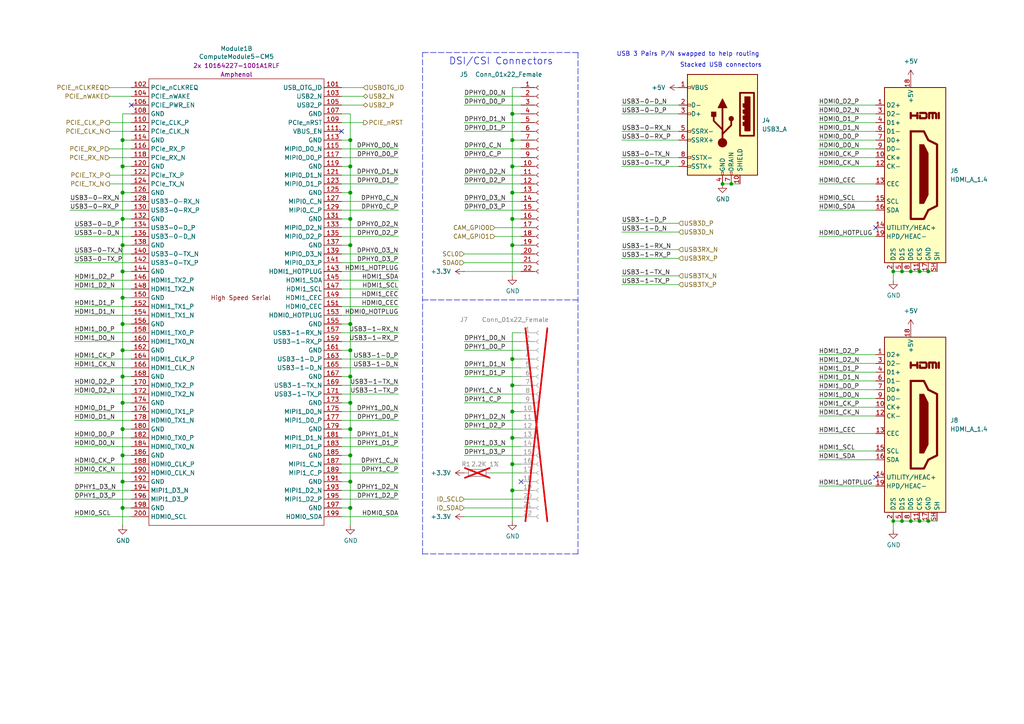
<source format=kicad_sch>
(kicad_sch (version 20231120) (generator "eeschema") (generator_version "8.0")
  (paper "A4")
  (title_block (title "Compute Module 5 IO Board - CM5 - Highspeed") (rev "1") (company "Copyright © 2024 Raspberry Pi Ltd.") (comment 1 "www.raspberrypi.com"))
  (lib_symbols
    (symbol "CM5IO:ComputeModule5-CM5"
      (property "Reference" "Module" (at 113.03 -68.58 0))
      (property "Value" "ComputeModule5-CM5" (at 140.97 2.54 0))
      (property "Field4" "Amphenol" (at 0 0 0))
      (property "Field5" "2x 10164227-1001A1RLF" (at 0 -2.54 0))
      (symbol "ComputeModule5-CM5_1_0"
        (text "GPIO" (at 0 6.35 0) (effects (font (size 1.27 1.27))))
      )
      (symbol "ComputeModule5-CM5_1_1"
        (text "600mA Max" (at -8.89 -53.34 0) (effects (font (size 1.27 1.27))))
        (text "600mA Max" (at -8.89 -48.26 0) (effects (font (size 1.27 1.27))))
        (text "NB SD signals are only available" (at -1.27 -27.94 0) (effects (font (size 1.27 1.27))))
        (text "on modules without eMMC" (at -1.27 -30.48 0) (effects (font (size 1.27 1.27))))
        (pin power_in line (at 27.94 55.88 180) (length 2.54) (name "GND") (number "1"))
        (pin passive line (at -33.02 45.72 0) (length 2.54) (name "Ethernet_Pair0_N") (number "10"))
        (pin passive line (at -33.02 -68.58 0) (length 2.54) (name "CAM_GPIO1") (number "100"))
        (pin passive line (at 27.94 43.18 180) (length 2.54) (name "Ethernet_Pair2_P") (number "11"))
        (pin passive line (at -33.02 43.18 0) (length 2.54) (name "Ethernet_Pair0_P") (number "12"))
        (pin power_in line (at 27.94 40.64 180) (length 2.54) (name "GND") (number "13"))
        (pin power_in line (at -33.02 40.64 0) (length 2.54) (name "GND") (number "14"))
        (pin output line (at 27.94 38.1 180) (length 2.54) (name "Ethernet_nLED3(3.3v)") (number "15"))
        (pin input line (at -33.02 38.1 0) (length 2.54) (name "FAN_TACHO") (number "16"))
        (pin output line (at 27.94 35.56 180) (length 2.54) (name "Ethernet_nLED2(3.3v)") (number "17"))
        (pin input line (at -33.02 35.56 0) (length 2.54) (name "Ethernet_SYNC_OUT(3.3v)") (number "18"))
        (pin output line (at 27.94 33.02 180) (length 2.54) (name "FAN_PWM") (number "19"))
        (pin power_in line (at -33.02 55.88 0) (length 2.54) (name "GND") (number "2"))
        (pin passive line (at -33.02 33.02 0) (length 2.54) (name "EEPROM_nWP") (number "20"))
        (pin open_collector line (at 27.94 30.48 180) (length 2.54) (name "LED_nACT") (number "21"))
        (pin power_in line (at -33.02 30.48 0) (length 2.54) (name "GND") (number "22"))
        (pin power_in line (at 27.94 27.94 180) (length 2.54) (name "GND") (number "23"))
        (pin passive line (at -33.02 27.94 0) (length 2.54) (name "GPIO26") (number "24"))
        (pin passive line (at 27.94 25.4 180) (length 2.54) (name "GPIO21") (number "25"))
        (pin passive line (at -33.02 25.4 0) (length 2.54) (name "GPIO19") (number "26"))
        (pin passive line (at 27.94 22.86 180) (length 2.54) (name "GPIO20") (number "27"))
        (pin passive line (at -33.02 22.86 0) (length 2.54) (name "GPIO13") (number "28"))
        (pin passive line (at 27.94 20.32 180) (length 2.54) (name "GPIO16") (number "29"))
        (pin passive line (at 27.94 53.34 180) (length 2.54) (name "Ethernet_Pair3_P") (number "3"))
        (pin passive line (at -33.02 20.32 0) (length 2.54) (name "GPIO6") (number "30"))
        (pin passive line (at 27.94 17.78 180) (length 2.54) (name "GPIO12") (number "31"))
        (pin power_in line (at -33.02 17.78 0) (length 2.54) (name "GND") (number "32"))
        (pin power_in line (at 27.94 15.24 180) (length 2.54) (name "GND") (number "33"))
        (pin passive line (at -33.02 15.24 0) (length 2.54) (name "GPIO5") (number "34"))
        (pin passive line (at 27.94 12.7 180) (length 2.54) (name "ID_SC") (number "35"))
        (pin passive line (at -33.02 12.7 0) (length 2.54) (name "ID_SD") (number "36"))
        (pin passive line (at 27.94 10.16 180) (length 2.54) (name "GPIO7") (number "37"))
        (pin passive line (at -33.02 10.16 0) (length 2.54) (name "GPIO11") (number "38"))
        (pin passive line (at 27.94 7.62 180) (length 2.54) (name "GPIO8") (number "39"))
        (pin passive line (at -33.02 53.34 0) (length 2.54) (name "Ethernet_Pair1_P") (number "4"))
        (pin passive line (at -33.02 7.62 0) (length 2.54) (name "GPIO9") (number "40"))
        (pin passive line (at 27.94 5.08 180) (length 2.54) (name "GPIO25") (number "41"))
        (pin power_in line (at -33.02 5.08 0) (length 2.54) (name "GND") (number "42"))
        (pin power_in line (at 27.94 2.54 180) (length 2.54) (name "GND") (number "43"))
        (pin passive line (at -33.02 2.54 0) (length 2.54) (name "GPIO10") (number "44"))
        (pin passive line (at 27.94 0 180) (length 2.54) (name "GPIO24") (number "45"))
        (pin passive line (at -33.02 0 0) (length 2.54) (name "GPIO22") (number "46"))
        (pin passive line (at 27.94 -2.54 180) (length 2.54) (name "GPIO23") (number "47"))
        (pin passive line (at -33.02 -2.54 0) (length 2.54) (name "GPIO27") (number "48"))
        (pin passive line (at 27.94 -5.08 180) (length 2.54) (name "GPIO18") (number "49"))
        (pin passive line (at 27.94 50.8 180) (length 2.54) (name "Ethernet_Pair3_N") (number "5"))
        (pin passive line (at -33.02 -5.08 0) (length 2.54) (name "GPIO17") (number "50"))
        (pin passive line (at 27.94 -7.62 180) (length 2.54) (name "GPIO15") (number "51"))
        (pin power_in line (at -33.02 -7.62 0) (length 2.54) (name "GND") (number "52"))
        (pin power_in line (at 27.94 -10.16 180) (length 2.54) (name "GND") (number "53"))
        (pin passive line (at -33.02 -10.16 0) (length 2.54) (name "GPIO4") (number "54"))
        (pin passive line (at 27.94 -12.7 180) (length 2.54) (name "GPIO14") (number "55"))
        (pin passive line (at -33.02 -12.7 0) (length 2.54) (name "GPIO3") (number "56"))
        (pin passive line (at 27.94 -15.24 180) (length 2.54) (name "SD_CLK") (number "57"))
        (pin passive line (at -33.02 -15.24 0) (length 2.54) (name "GPIO2") (number "58"))
        (pin power_in line (at 27.94 -17.78 180) (length 2.54) (name "GND") (number "59"))
        (pin passive line (at -33.02 50.8 0) (length 2.54) (name "Ethernet_Pair1_N") (number "6"))
        (pin power_in line (at -33.02 -17.78 0) (length 2.54) (name "GND") (number "60"))
        (pin passive line (at 27.94 -20.32 180) (length 2.54) (name "SD_DAT3") (number "61"))
        (pin passive line (at -33.02 -20.32 0) (length 2.54) (name "SD_CMD") (number "62"))
        (pin passive line (at 27.94 -22.86 180) (length 2.54) (name "SD_DAT0") (number "63"))
        (pin passive line (at -33.02 -22.86 0) (length 2.54) (name "SD_DAT5") (number "64"))
        (pin power_in line (at 27.94 -25.4 180) (length 2.54) (name "GND") (number "65"))
        (pin power_in line (at -33.02 -25.4 0) (length 2.54) (name "GND") (number "66"))
        (pin passive line (at 27.94 -27.94 180) (length 2.54) (name "SD_DAT1") (number "67"))
        (pin passive line (at -33.02 -27.94 0) (length 2.54) (name "SD_DAT4") (number "68"))
        (pin passive line (at 27.94 -30.48 180) (length 2.54) (name "SD_DAT2") (number "69"))
        (pin power_in line (at 27.94 48.26 180) (length 2.54) (name "GND") (number "7"))
        (pin passive line (at -33.02 -30.48 0) (length 2.54) (name "SD_DAT7") (number "70"))
        (pin power_in line (at 27.94 -33.02 180) (length 2.54) (name "GND") (number "71"))
        (pin passive line (at -33.02 -33.02 0) (length 2.54) (name "SD_DAT6") (number "72"))
        (pin input line (at 27.94 -35.56 180) (length 2.54) (name "SD_VDD_Override") (number "73"))
        (pin power_in line (at -33.02 -35.56 0) (length 2.54) (name "GND") (number "74"))
        (pin output line (at 27.94 -38.1 180) (length 2.54) (name "SD_PWR_ON") (number "75"))
        (pin passive line (at -33.02 -38.1 0) (length 2.54) (name "VBAT") (number "76"))
        (pin power_in line (at 27.94 -40.64 180) (length 2.54) (name "+5v_(Input)") (number "77"))
        (pin power_in line (at -33.02 -40.64 0) (length 2.54) (name "GPIO_VREF(1.8v/3.3v_Input)") (number "78"))
        (pin power_in line (at 27.94 -43.18 180) (length 2.54) (name "+5v_(Input)") (number "79"))
        (pin power_in line (at -33.02 48.26 0) (length 2.54) (name "GND") (number "8"))
        (pin passive line (at -33.02 -43.18 0) (length 2.54) (name "SCL0") (number "80"))
        (pin power_in line (at 27.94 -45.72 180) (length 2.54) (name "+5v_(Input)") (number "81"))
        (pin passive line (at -33.02 -45.72 0) (length 2.54) (name "SDA0") (number "82"))
        (pin power_in line (at 27.94 -48.26 180) (length 2.54) (name "+5v_(Input)") (number "83"))
        (pin power_out line (at -33.02 -48.26 0) (length 2.54) (name "+3.3v_(Output)") (number "84"))
        (pin power_in line (at 27.94 -50.8 180) (length 2.54) (name "+5v_(Input)") (number "85"))
        (pin passive line (at -33.02 -50.8 0) (length 2.54) (name "+3.3v_(Output)") (number "86"))
        (pin power_in line (at 27.94 -53.34 180) (length 2.54) (name "+5v_(Input)") (number "87"))
        (pin power_out line (at -33.02 -53.34 0) (length 2.54) (name "+1.8v_(Output)") (number "88"))
        (pin input line (at 27.94 -55.88 180) (length 2.54) (name "WiFi_nDisable") (number "89"))
        (pin passive line (at 27.94 45.72 180) (length 2.54) (name "Ethernet_Pair2_N") (number "9"))
        (pin passive line (at -33.02 -55.88 0) (length 2.54) (name "+1.8v_(Output)") (number "90"))
        (pin input line (at 27.94 -58.42 180) (length 2.54) (name "BT_nDisable") (number "91"))
        (pin passive line (at -33.02 -58.42 0) (length 2.54) (name "PWR_BUT") (number "92"))
        (pin input line (at 27.94 -60.96 180) (length 2.54) (name "nRPIBOOT") (number "93"))
        (pin passive line (at -33.02 -60.96 0) (length 2.54) (name "CC1") (number "94"))
        (pin output line (at 27.94 -63.5 180) (length 2.54) (name "LED_nPWR") (number "95"))
        (pin passive line (at -33.02 -63.5 0) (length 2.54) (name "CC2") (number "96"))
        (pin passive line (at 27.94 -66.04 180) (length 2.54) (name "CAM_GPIO0") (number "97"))
        (pin power_in line (at -33.02 -66.04 0) (length 2.54) (name "GND") (number "98"))
        (pin input line (at 27.94 -68.58 180) (length 2.54) (name "PMIC_ENABLE") (number "99"))
      )
      (symbol "ComputeModule5-CM5_2_1"
        (text "High Speed Serial" (at 140.97 0 0) (effects (font (size 1.27 1.27))))
        (pin input line (at 170.18 60.96 180) (length 5.08) (name "USB_OTG_ID") (number "101"))
        (pin input line (at 109.22 60.96 0) (length 5.08) (name "PCIe_nCLKREQ") (number "102"))
        (pin passive line (at 170.18 58.42 180) (length 5.08) (name "USB2_N") (number "103"))
        (pin input line (at 109.22 58.42 0) (length 5.08) (name "PCIE_nWAKE") (number "104"))
        (pin passive line (at 170.18 55.88 180) (length 5.08) (name "USB2_P") (number "105"))
        (pin output line (at 109.22 55.88 0) (length 5.08) (name "PCIE_PWR_EN") (number "106"))
        (pin power_in line (at 170.18 53.34 180) (length 5.08) (name "GND") (number "107"))
        (pin power_in line (at 109.22 53.34 0) (length 5.08) (name "GND") (number "108"))
        (pin output line (at 170.18 50.8 180) (length 5.08) (name "PCIe_nRST") (number "109"))
        (pin output line (at 109.22 50.8 0) (length 5.08) (name "PCIe_CLK_P") (number "110"))
        (pin output line (at 170.18 48.26 180) (length 5.08) (name "VBUS_EN") (number "111"))
        (pin output line (at 109.22 48.26 0) (length 5.08) (name "PCIe_CLK_N") (number "112"))
        (pin power_in line (at 170.18 45.72 180) (length 5.08) (name "GND") (number "113"))
        (pin power_in line (at 109.22 45.72 0) (length 5.08) (name "GND") (number "114"))
        (pin input line (at 170.18 43.18 180) (length 5.08) (name "MIPI0_D0_N") (number "115"))
        (pin input line (at 109.22 43.18 0) (length 5.08) (name "PCIe_RX_P") (number "116"))
        (pin input line (at 170.18 40.64 180) (length 5.08) (name "MIPI0_D0_P") (number "117"))
        (pin input line (at 109.22 40.64 0) (length 5.08) (name "PCIe_RX_N") (number "118"))
        (pin power_in line (at 170.18 38.1 180) (length 5.08) (name "GND") (number "119"))
        (pin power_in line (at 109.22 38.1 0) (length 5.08) (name "GND") (number "120"))
        (pin input line (at 170.18 35.56 180) (length 5.08) (name "MIPI0_D1_N") (number "121"))
        (pin output line (at 109.22 35.56 0) (length 5.08) (name "PCIe_TX_P") (number "122"))
        (pin input line (at 170.18 33.02 180) (length 5.08) (name "MIPI0_D1_P") (number "123"))
        (pin output line (at 109.22 33.02 0) (length 5.08) (name "PCIe_TX_N") (number "124"))
        (pin power_in line (at 170.18 30.48 180) (length 5.08) (name "GND") (number "125"))
        (pin power_in line (at 109.22 30.48 0) (length 5.08) (name "GND") (number "126"))
        (pin input line (at 170.18 27.94 180) (length 5.08) (name "MIPI0_C_N") (number "127"))
        (pin input line (at 109.22 27.94 0) (length 5.08) (name "USB3-0-RX_N") (number "128"))
        (pin input line (at 170.18 25.4 180) (length 5.08) (name "MIPI0_C_P") (number "129"))
        (pin input line (at 109.22 25.4 0) (length 5.08) (name "USB3-0-RX_P") (number "130"))
        (pin power_in line (at 170.18 22.86 180) (length 5.08) (name "GND") (number "131"))
        (pin power_in line (at 109.22 22.86 0) (length 5.08) (name "GND") (number "132"))
        (pin input line (at 170.18 20.32 180) (length 5.08) (name "MIPI0_D2_N") (number "133"))
        (pin passive line (at 109.22 20.32 0) (length 5.08) (name "USB3-0-D_P") (number "134"))
        (pin input line (at 170.18 17.78 180) (length 5.08) (name "MIPI0_D2_P") (number "135"))
        (pin passive line (at 109.22 17.78 0) (length 5.08) (name "USB3-0-D_N") (number "136"))
        (pin power_in line (at 170.18 15.24 180) (length 5.08) (name "GND") (number "137"))
        (pin power_in line (at 109.22 15.24 0) (length 5.08) (name "GND") (number "138"))
        (pin input line (at 170.18 12.7 180) (length 5.08) (name "MIPI0_D3_N") (number "139"))
        (pin output line (at 109.22 12.7 0) (length 5.08) (name "USB3-0-TX_N") (number "140"))
        (pin input line (at 170.18 10.16 180) (length 5.08) (name "MIPI0_D3_P") (number "141"))
        (pin output line (at 109.22 10.16 0) (length 5.08) (name "USB3-0-TX_P") (number "142"))
        (pin input line (at 170.18 7.62 180) (length 5.08) (name "HDMI1_HOTPLUG") (number "143"))
        (pin power_in line (at 109.22 7.62 0) (length 5.08) (name "GND") (number "144"))
        (pin bidirectional line (at 170.18 5.08 180) (length 5.08) (name "HDMI1_SDA") (number "145"))
        (pin output line (at 109.22 5.08 0) (length 5.08) (name "HDMI1_TX2_P") (number "146"))
        (pin open_collector line (at 170.18 2.54 180) (length 5.08) (name "HDMI1_SCL") (number "147"))
        (pin output line (at 109.22 2.54 0) (length 5.08) (name "HDMI1_TX2_N") (number "148"))
        (pin open_collector line (at 170.18 0 180) (length 5.08) (name "HDMI1_CEC") (number "149"))
        (pin power_in line (at 109.22 0 0) (length 5.08) (name "GND") (number "150"))
        (pin open_collector line (at 170.18 -2.54 180) (length 5.08) (name "HDMI0_CEC") (number "151"))
        (pin output line (at 109.22 -2.54 0) (length 5.08) (name "HDMI1_TX1_P") (number "152"))
        (pin input line (at 170.18 -5.08 180) (length 5.08) (name "HDMI0_HOTPLUG") (number "153"))
        (pin output line (at 109.22 -5.08 0) (length 5.08) (name "HDMI1_TX1_N") (number "154"))
        (pin power_in line (at 170.18 -7.62 180) (length 5.08) (name "GND") (number "155"))
        (pin power_in line (at 109.22 -7.62 0) (length 5.08) (name "GND") (number "156"))
        (pin input line (at 170.18 -10.16 180) (length 5.08) (name "USB3-1-RX_N") (number "157"))
        (pin output line (at 109.22 -10.16 0) (length 5.08) (name "HDMI1_TX0_P") (number "158"))
        (pin input line (at 170.18 -12.7 180) (length 5.08) (name "USB3-1-RX_P") (number "159"))
        (pin output line (at 109.22 -12.7 0) (length 5.08) (name "HDMI1_TX0_N") (number "160"))
        (pin power_in line (at 170.18 -15.24 180) (length 5.08) (name "GND") (number "161"))
        (pin power_in line (at 109.22 -15.24 0) (length 5.08) (name "GND") (number "162"))
        (pin passive line (at 170.18 -17.78 180) (length 5.08) (name "USB3-1-D_P") (number "163"))
        (pin output line (at 109.22 -17.78 0) (length 5.08) (name "HDMI1_CLK_P") (number "164"))
        (pin passive line (at 170.18 -20.32 180) (length 5.08) (name "USB3-1-D_N") (number "165"))
        (pin output line (at 109.22 -20.32 0) (length 5.08) (name "HDMI1_CLK_N") (number "166"))
        (pin power_in line (at 170.18 -22.86 180) (length 5.08) (name "GND") (number "167"))
        (pin power_in line (at 109.22 -22.86 0) (length 5.08) (name "GND") (number "168"))
        (pin output line (at 170.18 -25.4 180) (length 5.08) (name "USB3-1-TX_N") (number "169"))
        (pin output line (at 109.22 -25.4 0) (length 5.08) (name "HDMI0_TX2_P") (number "170"))
        (pin output line (at 170.18 -27.94 180) (length 5.08) (name "USB3-1-TX_P") (number "171"))
        (pin output line (at 109.22 -27.94 0) (length 5.08) (name "HDMI0_TX2_N") (number "172"))
        (pin power_in line (at 170.18 -30.48 180) (length 5.08) (name "GND") (number "173"))
        (pin power_in line (at 109.22 -30.48 0) (length 5.08) (name "GND") (number "174"))
        (pin output line (at 170.18 -33.02 180) (length 5.08) (name "MIPI1_D0_N") (number "175"))
        (pin output line (at 109.22 -33.02 0) (length 5.08) (name "HDMI0_TX1_P") (number "176"))
        (pin output line (at 170.18 -35.56 180) (length 5.08) (name "MIPI1_D0_P") (number "177"))
        (pin output line (at 109.22 -35.56 0) (length 5.08) (name "HDMI0_TX1_N") (number "178"))
        (pin power_in line (at 170.18 -38.1 180) (length 5.08) (name "GND") (number "179"))
        (pin power_in line (at 109.22 -38.1 0) (length 5.08) (name "GND") (number "180"))
        (pin output line (at 170.18 -40.64 180) (length 5.08) (name "MIPI1_D1_N") (number "181"))
        (pin output line (at 109.22 -40.64 0) (length 5.08) (name "HDMI0_TX0_P") (number "182"))
        (pin output line (at 170.18 -43.18 180) (length 5.08) (name "MIPI1_D1_P") (number "183"))
        (pin output line (at 109.22 -43.18 0) (length 5.08) (name "HDMI0_TX0_N") (number "184"))
        (pin power_in line (at 170.18 -45.72 180) (length 5.08) (name "GND") (number "185"))
        (pin power_in line (at 109.22 -45.72 0) (length 5.08) (name "GND") (number "186"))
        (pin output line (at 170.18 -48.26 180) (length 5.08) (name "MIPI1_C_N") (number "187"))
        (pin output line (at 109.22 -48.26 0) (length 5.08) (name "HDMI0_CLK_P") (number "188"))
        (pin output line (at 170.18 -50.8 180) (length 5.08) (name "MIPI1_C_P") (number "189"))
        (pin output line (at 109.22 -50.8 0) (length 5.08) (name "HDMI0_CLK_N") (number "190"))
        (pin power_in line (at 170.18 -53.34 180) (length 5.08) (name "GND") (number "191"))
        (pin power_in line (at 109.22 -53.34 0) (length 5.08) (name "GND") (number "192"))
        (pin output line (at 170.18 -55.88 180) (length 5.08) (name "MIPI1_D2_N") (number "193"))
        (pin output line (at 109.22 -55.88 0) (length 5.08) (name "MIPI1_D3_N") (number "194"))
        (pin output line (at 170.18 -58.42 180) (length 5.08) (name "MIPI1_D2_P") (number "195"))
        (pin output line (at 109.22 -58.42 0) (length 5.08) (name "MIPI1_D3_P") (number "196"))
        (pin power_in line (at 170.18 -60.96 180) (length 5.08) (name "GND") (number "197"))
        (pin power_in line (at 109.22 -60.96 0) (length 5.08) (name "GND") (number "198"))
        (pin bidirectional line (at 170.18 -63.5 180) (length 5.08) (name "HDMI0_SDA") (number "199"))
        (pin open_collector line (at 109.22 -63.5 0) (length 5.08) (name "HDMI0_SCL") (number "200"))
      )
    )
    (symbol "Connector:Conn_01x22_Socket" (pin_names (offset 1.016) hide)
      (property "Reference" "J" (at 0 27.94 0))
      (property "Value" "Conn_01x22_Socket" (at 0 -30.48 0))
      (symbol "Conn_01x22_Socket_1_1"
        (pin passive line (at -5.08 25.4 0) (length 3.81) (name "Pin_1") (number "1"))
        (pin passive line (at -5.08 2.54 0) (length 3.81) (name "Pin_10") (number "10"))
        (pin passive line (at -5.08 0 0) (length 3.81) (name "Pin_11") (number "11"))
        (pin passive line (at -5.08 -2.54 0) (length 3.81) (name "Pin_12") (number "12"))
        (pin passive line (at -5.08 -5.08 0) (length 3.81) (name "Pin_13") (number "13"))
        (pin passive line (at -5.08 -7.62 0) (length 3.81) (name "Pin_14") (number "14"))
        (pin passive line (at -5.08 -10.16 0) (length 3.81) (name "Pin_15") (number "15"))
        (pin passive line (at -5.08 -12.7 0) (length 3.81) (name "Pin_16") (number "16"))
        (pin passive line (at -5.08 -15.24 0) (length 3.81) (name "Pin_17") (number "17"))
        (pin passive line (at -5.08 -17.78 0) (length 3.81) (name "Pin_18") (number "18"))
        (pin passive line (at -5.08 -20.32 0) (length 3.81) (name "Pin_19") (number "19"))
        (pin passive line (at -5.08 22.86 0) (length 3.81) (name "Pin_2") (number "2"))
        (pin passive line (at -5.08 -22.86 0) (length 3.81) (name "Pin_20") (number "20"))
        (pin passive line (at -5.08 -25.4 0) (length 3.81) (name "Pin_21") (number "21"))
        (pin passive line (at -5.08 -27.94 0) (length 3.81) (name "Pin_22") (number "22"))
        (pin passive line (at -5.08 20.32 0) (length 3.81) (name "Pin_3") (number "3"))
        (pin passive line (at -5.08 17.78 0) (length 3.81) (name "Pin_4") (number "4"))
        (pin passive line (at -5.08 15.24 0) (length 3.81) (name "Pin_5") (number "5"))
        (pin passive line (at -5.08 12.7 0) (length 3.81) (name "Pin_6") (number "6"))
        (pin passive line (at -5.08 10.16 0) (length 3.81) (name "Pin_7") (number "7"))
        (pin passive line (at -5.08 7.62 0) (length 3.81) (name "Pin_8") (number "8"))
        (pin passive line (at -5.08 5.08 0) (length 3.81) (name "Pin_9") (number "9"))
      )
    )
    (symbol "Connector:HDMI_A_1.4"
      (property "Reference" "J" (at -6.35 26.67 0))
      (property "Value" "HDMI_A_1.4" (at 10.16 26.67 0))
      (symbol "HDMI_A_1.4_1_1"
        (pin passive line (at -10.16 20.32 0) (length 2.54) (name "D2+") (number "1"))
        (pin passive line (at -10.16 5.08 0) (length 2.54) (name "CK+") (number "10"))
        (pin power_in line (at 2.54 -27.94 90) (length 2.54) (name "CKS") (number "11"))
        (pin passive line (at -10.16 2.54 0) (length 2.54) (name "CK-") (number "12"))
        (pin bidirectional line (at -10.16 -2.54 0) (length 2.54) (name "CEC") (number "13"))
        (pin passive line (at -10.16 -15.24 0) (length 2.54) (name "UTILITY/HEAC+") (number "14"))
        (pin passive line (at -10.16 -7.62 0) (length 2.54) (name "SCL") (number "15"))
        (pin bidirectional line (at -10.16 -10.16 0) (length 2.54) (name "SDA") (number "16"))
        (pin power_in line (at 5.08 -27.94 90) (length 2.54) (name "GND") (number "17"))
        (pin power_in line (at 0 27.94 270) (length 2.54) (name "+5V") (number "18"))
        (pin passive line (at -10.16 -17.78 0) (length 2.54) (name "HPD/HEAC-") (number "19"))
        (pin power_in line (at -5.08 -27.94 90) (length 2.54) (name "D2S") (number "2"))
        (pin passive line (at -10.16 17.78 0) (length 2.54) (name "D2-") (number "3"))
        (pin passive line (at -10.16 15.24 0) (length 2.54) (name "D1+") (number "4"))
        (pin power_in line (at -2.54 -27.94 90) (length 2.54) (name "D1S") (number "5"))
        (pin passive line (at -10.16 12.7 0) (length 2.54) (name "D1-") (number "6"))
        (pin passive line (at -10.16 10.16 0) (length 2.54) (name "D0+") (number "7"))
        (pin power_in line (at 0 -27.94 90) (length 2.54) (name "D0S") (number "8"))
        (pin passive line (at -10.16 7.62 0) (length 2.54) (name "D0-") (number "9"))
        (pin passive line (at 7.62 -27.94 90) (length 2.54) (name "SH") (number "SH"))
      )
    )
    (symbol "Connector:USB3_A" (pin_names (offset 1.016))
      (property "Reference" "J" (at -10.16 15.24 0))
      (property "Value" "USB3_A" (at 10.16 15.24 0))
      (symbol "USB3_A_1_1"
        (pin power_in line (at 12.7 10.16 180) (length 2.54) (name "VBUS") (number "1"))
        (pin passive line (at -5.08 -17.78 90) (length 2.54) (name "SHIELD") (number "10"))
        (pin bidirectional line (at 12.7 5.08 180) (length 2.54) (name "D-") (number "2"))
        (pin bidirectional line (at 12.7 2.54 180) (length 2.54) (name "D+") (number "3"))
        (pin power_in line (at 0 -17.78 90) (length 2.54) (name "GND") (number "4"))
        (pin output line (at 12.7 -2.54 180) (length 2.54) (name "SSRX-") (number "5"))
        (pin output line (at 12.7 -5.08 180) (length 2.54) (name "SSRX+") (number "6"))
        (pin passive line (at -2.54 -17.78 90) (length 2.54) (name "DRAIN") (number "7"))
        (pin input line (at 12.7 -10.16 180) (length 2.54) (name "SSTX-") (number "8"))
        (pin input line (at 12.7 -12.7 180) (length 2.54) (name "SSTX+") (number "9"))
      )
    )
    (symbol "Device:R" (pin_numbers hide) (pin_names (offset 0))
      (property "Reference" "R" (at 2.032 0 90))
      (property "Value" "R" (at 0 0 90))
      (symbol "R_1_1"
        (pin passive line (at 0 3.81 270) (length 1.27) (name "~") (number "1"))
        (pin passive line (at 0 -3.81 90) (length 1.27) (name "~") (number "2"))
      )
    )
    (symbol "power:+3.3V" (power) (pin_numbers hide) (pin_names (offset 0) hide)
      (property "Value" "+3.3V" (at 0 3.556 0))
      (symbol "+3.3V_1_1"
        (pin power_in line (at 0 0 90) (length 0) (name "~") (number "1"))
      )
    )
    (symbol "power:+5V" (power) (pin_numbers hide) (pin_names (offset 0) hide)
      (property "Value" "+5V" (at 0 3.556 0))
      (symbol "+5V_1_1"
        (pin power_in line (at 0 0 90) (length 0) (name "~") (number "1"))
      )
    )
    (symbol "power:GND" (power) (pin_numbers hide) (pin_names (offset 0) hide)
      (property "Value" "GND" (at 0 -3.81 0))
      (symbol "GND_1_1"
        (pin power_in line (at 0 0 270) (length 0) (name "~") (number "1"))
      )
    )
  )
  (junction (at 148.59 33.02) (diameter 1.016))
  (junction (at 35.56 147.32) (diameter 1.016))
  (junction (at 35.56 132.08) (diameter 1.016))
  (junction (at 148.59 119.38) (diameter 1.016))
  (junction (at 101.6 132.08) (diameter 1.016))
  (junction (at 266.7 151.13))
  (junction (at 35.56 71.12) (diameter 1.016))
  (junction (at 101.6 55.88) (diameter 1.016))
  (junction (at 209.55 53.34))
  (junction (at 212.09 53.34))
  (junction (at 148.59 142.24) (diameter 1.016))
  (junction (at 264.16 78.74))
  (junction (at 148.59 134.62) (diameter 1.016))
  (junction (at 101.6 147.32) (diameter 1.016))
  (junction (at 35.56 40.64) (diameter 1.016))
  (junction (at 148.59 104.14) (diameter 1.016))
  (junction (at 101.6 40.64) (diameter 1.016))
  (junction (at 148.59 55.88) (diameter 1.016))
  (junction (at 35.56 55.88) (diameter 1.016))
  (junction (at 101.6 101.6) (diameter 1.016))
  (junction (at 101.6 124.46) (diameter 1.016))
  (junction (at 148.59 48.26) (diameter 1.016))
  (junction (at 269.24 151.13))
  (junction (at 35.56 78.74) (diameter 1.016))
  (junction (at 269.24 78.74))
  (junction (at 101.6 116.84) (diameter 1.016))
  (junction (at 148.59 127) (diameter 1.016))
  (junction (at 259.08 151.13))
  (junction (at 266.7 78.74))
  (junction (at 35.56 48.26) (diameter 1.016))
  (junction (at 101.6 63.5) (diameter 1.016))
  (junction (at 261.62 151.13))
  (junction (at 101.6 48.26) (diameter 1.016))
  (junction (at 35.56 139.7) (diameter 1.016))
  (junction (at 101.6 139.7) (diameter 1.016))
  (junction (at 148.59 63.5) (diameter 1.016))
  (junction (at 101.6 93.98) (diameter 1.016))
  (junction (at 35.56 101.6) (diameter 1.016))
  (junction (at 261.62 78.74))
  (junction (at 35.56 116.84) (diameter 1.016))
  (junction (at 35.56 86.36) (diameter 1.016))
  (junction (at 101.6 71.12) (diameter 1.016))
  (junction (at 264.16 151.13))
  (junction (at 259.08 78.74))
  (junction (at 101.6 109.22) (diameter 1.016))
  (junction (at 35.56 63.5) (diameter 1.016))
  (junction (at 148.59 111.76) (diameter 1.016))
  (junction (at 35.56 93.98) (diameter 1.016))
  (junction (at 148.59 40.64) (diameter 1.016))
  (junction (at 148.59 71.12) (diameter 1.016))
  (junction (at 35.56 124.46) (diameter 1.016))
  (junction (at 35.56 109.22) (diameter 1.016))
  (no_connect (at 99.06 38.1))
  (no_connect (at 254 66.04))
  (no_connect (at 151.13 139.7))
  (no_connect (at 254 138.43))
  (no_connect (at 38.1 30.48))
  (wire (pts (xy 134.62 109.22) (xy 151.13 109.22)))
  (wire (pts (xy 180.34 67.31) (xy 196.85 67.31)))
  (wire (pts (xy 99.06 144.78) (xy 115.57 144.78)))
  (wire (pts (xy 237.49 107.95) (xy 254 107.95)))
  (wire (pts (xy 21.59 111.76) (xy 38.1 111.76)))
  (wire (pts (xy 21.59 142.24) (xy 38.1 142.24)))
  (wire (pts (xy 269.24 78.74) (xy 271.78 78.74)))
  (wire (pts (xy 148.59 40.64) (xy 148.59 48.26)))
  (wire (pts (xy 35.56 63.5) (xy 35.56 71.12)))
  (wire (pts (xy 35.56 139.7) (xy 35.56 147.32)))
  (wire (pts (xy 35.56 33.02) (xy 35.56 40.64)))
  (wire (pts (xy 35.56 86.36) (xy 35.56 93.98)))
  (wire (pts (xy 237.49 68.58) (xy 254 68.58)))
  (wire (pts (xy 21.59 119.38) (xy 38.1 119.38)))
  (wire (pts (xy 35.56 71.12) (xy 35.56 78.74)))
  (wire (pts (xy 35.56 101.6) (xy 35.56 109.22)))
  (wire (pts (xy 101.6 48.26) (xy 101.6 40.64)))
  (wire (pts (xy 134.62 132.08) (xy 151.13 132.08)))
  (wire (pts (xy 99.06 30.48) (xy 105.41 30.48)))
  (wire (pts (xy 35.56 86.36) (xy 38.1 86.36)))
  (wire (pts (xy 148.59 104.14) (xy 148.59 111.76)))
  (wire (pts (xy 148.59 63.5) (xy 151.13 63.5)))
  (wire (pts (xy 148.59 33.02) (xy 148.59 40.64)))
  (wire (pts (xy 35.56 109.22) (xy 35.56 116.84)))
  (wire (pts (xy 35.56 48.26) (xy 35.56 55.88)))
  (wire (pts (xy 35.56 132.08) (xy 38.1 132.08)))
  (wire (pts (xy 101.6 71.12) (xy 101.6 63.5)))
  (wire (pts (xy 237.49 53.34) (xy 254 53.34)))
  (wire (pts (xy 99.06 119.38) (xy 115.57 119.38)))
  (wire (pts (xy 259.08 78.74) (xy 261.62 78.74)))
  (polyline (pts (xy 167.64 15.24) (xy 167.64 160.655)) (stroke (width 0) (type dash)))
  (wire (pts (xy 31.75 38.1) (xy 38.1 38.1)))
  (wire (pts (xy 35.56 109.22) (xy 38.1 109.22)))
  (wire (pts (xy 38.1 147.32) (xy 35.56 147.32)))
  (wire (pts (xy 148.59 55.88) (xy 148.59 63.5)))
  (wire (pts (xy 99.06 101.6) (xy 101.6 101.6)))
  (wire (pts (xy 99.06 99.06) (xy 115.57 99.06)))
  (wire (pts (xy 148.59 48.26) (xy 151.13 48.26)))
  (wire (pts (xy 35.56 55.88) (xy 35.56 63.5)))
  (wire (pts (xy 21.59 114.3) (xy 38.1 114.3)))
  (wire (pts (xy 237.49 60.96) (xy 254 60.96)))
  (wire (pts (xy 31.75 27.94) (xy 38.1 27.94)))
  (wire (pts (xy 180.34 48.26) (xy 196.85 48.26)))
  (wire (pts (xy 99.06 40.64) (xy 101.6 40.64)))
  (wire (pts (xy 134.62 99.06) (xy 151.13 99.06)))
  (wire (pts (xy 151.13 73.66) (xy 134.62 73.66)))
  (wire (pts (xy 21.59 73.66) (xy 38.1 73.66)))
  (wire (pts (xy 21.59 127) (xy 38.1 127)))
  (wire (pts (xy 21.59 66.04) (xy 38.1 66.04)))
  (wire (pts (xy 101.6 124.46) (xy 101.6 132.08)))
  (wire (pts (xy 148.59 96.52) (xy 148.59 104.14)))
  (wire (pts (xy 237.49 130.81) (xy 254 130.81)))
  (wire (pts (xy 99.06 149.86) (xy 115.57 149.86)))
  (wire (pts (xy 180.34 74.93) (xy 196.85 74.93)))
  (wire (pts (xy 237.49 133.35) (xy 254 133.35)))
  (wire (pts (xy 237.49 43.18) (xy 254 43.18)))
  (wire (pts (xy 101.6 116.84) (xy 101.6 124.46)))
  (wire (pts (xy 134.62 114.3) (xy 151.13 114.3)))
  (wire (pts (xy 99.06 86.36) (xy 115.57 86.36)))
  (wire (pts (xy 21.59 129.54) (xy 38.1 129.54)))
  (wire (pts (xy 99.06 78.74) (xy 115.57 78.74)))
  (wire (pts (xy 259.08 151.13) (xy 259.08 153.67)))
  (wire (pts (xy 21.59 76.2) (xy 38.1 76.2)))
  (wire (pts (xy 237.49 110.49) (xy 254 110.49)))
  (wire (pts (xy 266.7 78.74) (xy 269.24 78.74)))
  (wire (pts (xy 101.6 147.32) (xy 101.6 152.4)))
  (wire (pts (xy 99.06 50.8) (xy 115.57 50.8)))
  (wire (pts (xy 38.1 43.18) (xy 31.75 43.18)))
  (wire (pts (xy 99.06 76.2) (xy 115.57 76.2)))
  (wire (pts (xy 99.06 132.08) (xy 101.6 132.08)))
  (wire (pts (xy 259.08 78.74) (xy 259.08 81.28)))
  (wire (pts (xy 31.75 53.34) (xy 38.1 53.34)))
  (wire (pts (xy 148.59 119.38) (xy 148.59 127)))
  (wire (pts (xy 237.49 40.64) (xy 254 40.64)))
  (wire (pts (xy 99.06 88.9) (xy 115.57 88.9)))
  (wire (pts (xy 180.34 33.02) (xy 196.85 33.02)))
  (wire (pts (xy 237.49 140.97) (xy 254 140.97)))
  (wire (pts (xy 142.24 137.16) (xy 151.13 137.16)))
  (wire (pts (xy 35.56 63.5) (xy 38.1 63.5)))
  (wire (pts (xy 180.34 40.64) (xy 196.85 40.64)))
  (wire (pts (xy 143.51 68.58) (xy 151.13 68.58)))
  (wire (pts (xy 148.59 134.62) (xy 151.13 134.62)))
  (wire (pts (xy 99.06 48.26) (xy 101.6 48.26)))
  (wire (pts (xy 134.62 58.42) (xy 151.13 58.42)))
  (wire (pts (xy 180.34 72.39) (xy 196.85 72.39)))
  (wire (pts (xy 21.59 99.06) (xy 38.1 99.06)))
  (wire (pts (xy 134.62 35.56) (xy 151.13 35.56)))
  (wire (pts (xy 151.13 147.32) (xy 134.62 147.32)))
  (wire (pts (xy 134.62 106.68) (xy 151.13 106.68)))
  (wire (pts (xy 237.49 105.41) (xy 254 105.41)))
  (wire (pts (xy 38.1 45.72) (xy 31.75 45.72)))
  (wire (pts (xy 101.6 93.98) (xy 101.6 101.6)))
  (wire (pts (xy 134.62 53.34) (xy 151.13 53.34)))
  (wire (pts (xy 134.62 38.1) (xy 151.13 38.1)))
  (wire (pts (xy 261.62 151.13) (xy 264.16 151.13)))
  (wire (pts (xy 35.56 116.84) (xy 35.56 124.46)))
  (wire (pts (xy 21.59 83.82) (xy 38.1 83.82)))
  (wire (pts (xy 35.56 40.64) (xy 38.1 40.64)))
  (polyline (pts (xy 122.555 86.995) (xy 167.64 86.995)) (stroke (width 0) (type dash)))
  (wire (pts (xy 38.1 139.7) (xy 35.56 139.7)))
  (wire (pts (xy 180.34 38.1) (xy 196.85 38.1)))
  (wire (pts (xy 151.13 149.86) (xy 134.62 149.86)))
  (wire (pts (xy 99.06 73.66) (xy 115.57 73.66)))
  (wire (pts (xy 148.59 111.76) (xy 148.59 119.38)))
  (wire (pts (xy 99.06 45.72) (xy 115.57 45.72)))
  (wire (pts (xy 21.59 134.62) (xy 38.1 134.62)))
  (wire (pts (xy 134.62 129.54) (xy 151.13 129.54)))
  (wire (pts (xy 237.49 38.1) (xy 254 38.1)))
  (wire (pts (xy 148.59 127) (xy 151.13 127)))
  (wire (pts (xy 212.09 53.34) (xy 214.63 53.34)))
  (wire (pts (xy 148.59 25.4) (xy 148.59 33.02)))
  (wire (pts (xy 35.56 124.46) (xy 38.1 124.46)))
  (wire (pts (xy 99.06 68.58) (xy 115.57 68.58)))
  (wire (pts (xy 99.06 55.88) (xy 101.6 55.88)))
  (wire (pts (xy 148.59 71.12) (xy 151.13 71.12)))
  (wire (pts (xy 269.24 151.13) (xy 271.78 151.13)))
  (wire (pts (xy 148.59 142.24) (xy 148.59 151.13)))
  (wire (pts (xy 99.06 58.42) (xy 115.57 58.42)))
  (wire (pts (xy 148.59 119.38) (xy 151.13 119.38)))
  (wire (pts (xy 99.06 116.84) (xy 101.6 116.84)))
  (wire (pts (xy 99.06 93.98) (xy 101.6 93.98)))
  (wire (pts (xy 148.59 71.12) (xy 148.59 80.01)))
  (wire (pts (xy 31.75 35.56) (xy 38.1 35.56)))
  (wire (pts (xy 101.6 139.7) (xy 101.6 147.32)))
  (wire (pts (xy 101.6 55.88) (xy 101.6 48.26)))
  (wire (pts (xy 31.75 25.4) (xy 38.1 25.4)))
  (wire (pts (xy 180.34 80.01) (xy 196.85 80.01)))
  (wire (pts (xy 148.59 134.62) (xy 148.59 142.24)))
  (wire (pts (xy 134.62 60.96) (xy 151.13 60.96)))
  (wire (pts (xy 99.06 134.62) (xy 115.57 134.62)))
  (wire (pts (xy 237.49 113.03) (xy 254 113.03)))
  (wire (pts (xy 99.06 91.44) (xy 115.57 91.44)))
  (wire (pts (xy 31.75 50.8) (xy 38.1 50.8)))
  (wire (pts (xy 134.62 121.92) (xy 151.13 121.92)))
  (wire (pts (xy 151.13 78.74) (xy 134.62 78.74)))
  (wire (pts (xy 99.06 66.04) (xy 115.57 66.04)))
  (wire (pts (xy 237.49 30.48) (xy 254 30.48)))
  (wire (pts (xy 21.59 88.9) (xy 38.1 88.9)))
  (wire (pts (xy 134.62 27.94) (xy 151.13 27.94)))
  (wire (pts (xy 151.13 96.52) (xy 148.59 96.52)))
  (wire (pts (xy 101.6 109.22) (xy 101.6 116.84)))
  (wire (pts (xy 261.62 78.74) (xy 264.16 78.74)))
  (wire (pts (xy 99.06 43.18) (xy 115.57 43.18)))
  (wire (pts (xy 38.1 106.68) (xy 21.59 106.68)))
  (wire (pts (xy 35.56 93.98) (xy 38.1 93.98)))
  (wire (pts (xy 259.08 151.13) (xy 261.62 151.13)))
  (wire (pts (xy 35.56 116.84) (xy 38.1 116.84)))
  (wire (pts (xy 134.62 50.8) (xy 151.13 50.8)))
  (wire (pts (xy 99.06 63.5) (xy 101.6 63.5)))
  (wire (pts (xy 38.1 33.02) (xy 35.56 33.02)))
  (polyline (pts (xy 122.555 15.24) (xy 168.148 15.24)) (stroke (width 0) (type dash)))
  (wire (pts (xy 237.49 102.87) (xy 254 102.87)))
  (wire (pts (xy 21.59 144.78) (xy 38.1 144.78)))
  (wire (pts (xy 237.49 115.57) (xy 254 115.57)))
  (wire (pts (xy 99.06 142.24) (xy 115.57 142.24)))
  (wire (pts (xy 151.13 144.78) (xy 134.62 144.78)))
  (wire (pts (xy 148.59 40.64) (xy 151.13 40.64)))
  (wire (pts (xy 35.56 71.12) (xy 38.1 71.12)))
  (wire (pts (xy 35.56 124.46) (xy 35.56 132.08)))
  (wire (pts (xy 99.06 60.96) (xy 115.57 60.96)))
  (wire (pts (xy 99.06 127) (xy 115.57 127)))
  (wire (pts (xy 180.34 30.48) (xy 196.85 30.48)))
  (wire (pts (xy 35.56 101.6) (xy 38.1 101.6)))
  (wire (pts (xy 237.49 125.73) (xy 254 125.73)))
  (wire (pts (xy 148.59 33.02) (xy 151.13 33.02)))
  (wire (pts (xy 20.32 60.96) (xy 38.1 60.96)))
  (wire (pts (xy 180.34 45.72) (xy 196.85 45.72)))
  (wire (pts (xy 99.06 124.46) (xy 101.6 124.46)))
  (wire (pts (xy 237.49 120.65) (xy 254 120.65)))
  (wire (pts (xy 148.59 104.14) (xy 151.13 104.14)))
  (wire (pts (xy 35.56 55.88) (xy 38.1 55.88)))
  (wire (pts (xy 99.06 96.52) (xy 115.57 96.52)))
  (wire (pts (xy 21.59 96.52) (xy 38.1 96.52)))
  (wire (pts (xy 21.59 149.86) (xy 38.1 149.86)))
  (wire (pts (xy 134.62 30.48) (xy 151.13 30.48)))
  (wire (pts (xy 99.06 109.22) (xy 101.6 109.22)))
  (wire (pts (xy 151.13 25.4) (xy 148.59 25.4)))
  (wire (pts (xy 237.49 45.72) (xy 254 45.72)))
  (wire (pts (xy 99.06 81.28) (xy 115.57 81.28)))
  (wire (pts (xy 143.51 66.04) (xy 151.13 66.04)))
  (wire (pts (xy 99.06 53.34) (xy 115.57 53.34)))
  (wire (pts (xy 21.59 91.44) (xy 38.1 91.44)))
  (wire (pts (xy 35.56 132.08) (xy 35.56 139.7)))
  (wire (pts (xy 134.62 101.6) (xy 151.13 101.6)))
  (wire (pts (xy 99.06 129.54) (xy 115.57 129.54)))
  (wire (pts (xy 99.06 27.94) (xy 105.41 27.94)))
  (wire (pts (xy 20.32 58.42) (xy 38.1 58.42)))
  (wire (pts (xy 264.16 151.13) (xy 266.7 151.13)))
  (wire (pts (xy 101.6 40.64) (xy 101.6 33.02)))
  (wire (pts (xy 148.59 48.26) (xy 148.59 55.88)))
  (wire (pts (xy 101.6 63.5) (xy 101.6 55.88)))
  (wire (pts (xy 99.06 104.14) (xy 115.57 104.14)))
  (wire (pts (xy 21.59 104.14) (xy 38.1 104.14)))
  (wire (pts (xy 151.13 76.2) (xy 134.62 76.2)))
  (wire (pts (xy 237.49 58.42) (xy 254 58.42)))
  (wire (pts (xy 99.06 106.68) (xy 115.57 106.68)))
  (wire (pts (xy 35.56 78.74) (xy 38.1 78.74)))
  (wire (pts (xy 101.6 132.08) (xy 101.6 139.7)))
  (wire (pts (xy 35.56 48.26) (xy 38.1 48.26)))
  (wire (pts (xy 99.06 35.56) (xy 105.41 35.56)))
  (wire (pts (xy 99.06 121.92) (xy 115.57 121.92)))
  (wire (pts (xy 101.6 71.12) (xy 101.6 93.98)))
  (wire (pts (xy 134.62 43.18) (xy 151.13 43.18)))
  (wire (pts (xy 35.56 93.98) (xy 35.56 101.6)))
  (wire (pts (xy 148.59 142.24) (xy 151.13 142.24)))
  (wire (pts (xy 99.06 71.12) (xy 101.6 71.12)))
  (polyline (pts (xy 122.555 160.655) (xy 122.555 15.24)) (stroke (width 0) (type dash)))
  (wire (pts (xy 21.59 68.58) (xy 38.1 68.58)))
  (wire (pts (xy 264.16 78.74) (xy 266.7 78.74)))
  (wire (pts (xy 99.06 114.3) (xy 115.57 114.3)))
  (wire (pts (xy 101.6 33.02) (xy 99.06 33.02)))
  (wire (pts (xy 21.59 81.28) (xy 38.1 81.28)))
  (wire (pts (xy 148.59 63.5) (xy 148.59 71.12)))
  (wire (pts (xy 101.6 101.6) (xy 101.6 109.22)))
  (wire (pts (xy 21.59 121.92) (xy 38.1 121.92)))
  (wire (pts (xy 99.06 83.82) (xy 115.57 83.82)))
  (wire (pts (xy 35.56 78.74) (xy 35.56 86.36)))
  (wire (pts (xy 35.56 147.32) (xy 35.56 152.4)))
  (wire (pts (xy 148.59 127) (xy 148.59 134.62)))
  (wire (pts (xy 99.06 147.32) (xy 101.6 147.32)))
  (wire (pts (xy 134.62 116.84) (xy 151.13 116.84)))
  (wire (pts (xy 35.56 40.64) (xy 35.56 48.26)))
  (wire (pts (xy 148.59 55.88) (xy 151.13 55.88)))
  (wire (pts (xy 99.06 139.7) (xy 101.6 139.7)))
  (wire (pts (xy 237.49 33.02) (xy 254 33.02)))
  (wire (pts (xy 148.59 111.76) (xy 151.13 111.76)))
  (wire (pts (xy 209.55 53.34) (xy 212.09 53.34)))
  (wire (pts (xy 180.34 64.77) (xy 196.85 64.77)))
  (wire (pts (xy 266.7 151.13) (xy 269.24 151.13)))
  (wire (pts (xy 21.59 137.16) (xy 38.1 137.16)))
  (wire (pts (xy 237.49 35.56) (xy 254 35.56)))
  (polyline (pts (xy 167.64 160.655) (xy 122.555 160.655)) (stroke (width 0) (type dash)))
  (wire (pts (xy 237.49 48.26) (xy 254 48.26)))
  (wire (pts (xy 180.34 82.55) (xy 196.85 82.55)))
  (wire (pts (xy 134.62 124.46) (xy 151.13 124.46)))
  (wire (pts (xy 99.06 137.16) (xy 115.57 137.16)))
  (wire (pts (xy 134.62 45.72) (xy 151.13 45.72)))
  (wire (pts (xy 99.06 111.76) (xy 115.57 111.76)))
  (wire (pts (xy 105.41 25.4) (xy 99.06 25.4)))
  (wire (pts (xy 237.49 118.11) (xy 254 118.11)))
  (text "USB 3 Pairs P/N swapped to help routing" (at 178.816 16.51 0) (effects (font (size 1.27 1.27)) (justify left bottom)))
  (text "DSI/CSI Connectors" (at 130.175 19.05 0) (effects (font (size 2.0066 2.0066)) (justify left bottom)))
  (text "Stacked USB connectors" (at 220.98 19.685 0) (effects (font (size 1.27 1.27)) (justify right bottom)))
  (label "HDMI0_D1_N" (at 21.59 121.92 0))
  (label "DPHY1_D3_P" (at 21.59 144.78 0))
  (label "DPHY0_D1_P" (at 115.57 53.34 180))
  (label "USB3-0-TX_N" (at 180.34 45.72 0))
  (label "DPHY0_D2_N" (at 134.62 50.8 0))
  (label "HDMI1_CEC" (at 115.57 86.36 180))
  (label "HDMI0_CK_N" (at 237.49 48.26 0))
  (label "USB3-1-D_N" (at 115.57 106.68 180))
  (label "USB3-1-D_N" (at 180.34 67.31 0))
  (label "HDMI0_D2_N" (at 237.49 33.02 0))
  (label "HDMI0_D1_N" (at 237.49 38.1 0))
  (label "DPHY0_D0_P" (at 115.57 45.72 180))
  (label "DPHY1_D1_P" (at 134.62 109.22 0))
  (label "HDMI0_D0_P" (at 237.49 40.64 0))
  (label "DPHY1_C_N" (at 115.57 134.62 180))
  (label "DPHY1_C_N" (at 134.62 114.3 0))
  (label "USB3-0-RX_P" (at 180.34 40.64 0))
  (label "DPHY0_D0_N" (at 134.62 27.94 0))
  (label "DPHY1_D3_N" (at 134.62 129.54 0))
  (label "HDMI1_D1_P" (at 21.59 88.9 0))
  (label "USB3-0-D_N" (at 21.59 68.58 0))
  (label "HDMI0_D2_P" (at 21.59 111.76 0))
  (label "USB3-0-RX_N" (at 180.34 38.1 0))
  (label "DPHY1_D2_N" (at 115.57 142.24 180))
  (label "HDMI1_SDA" (at 237.49 133.35 0))
  (label "USB3-0-D_P" (at 180.34 33.02 0))
  (label "HDMI1_D1_P" (at 237.49 107.95 0))
  (label "USB3-0-TX_N" (at 21.59 73.66 0))
  (label "USB3-1-TX_P" (at 115.57 114.3 180))
  (label "HDMI1_D0_P" (at 237.49 113.03 0))
  (label "HDMI0_CK_P" (at 21.59 134.62 0))
  (label "USB3-1-RX_P" (at 115.57 99.06 180))
  (label "HDMI1_D0_P" (at 21.59 96.52 0))
  (label "USB3-0-TX_P" (at 21.59 76.2 0))
  (label "DPHY0_D3_P" (at 115.57 76.2 180))
  (label "DPHY1_D2_P" (at 134.62 124.46 0))
  (label "DPHY1_D0_P" (at 134.62 101.6 0))
  (label "USB3-0-RX_N" (at 20.32 58.42 0))
  (label "DPHY0_D0_P" (at 134.62 30.48 0))
  (label "USB3-1-TX_N" (at 115.57 111.76 180))
  (label "HDMI1_D2_N" (at 21.59 83.82 0))
  (label "DPHY0_C_P" (at 115.57 60.96 180))
  (label "DPHY1_C_P" (at 115.57 137.16 180))
  (label "HDMI0_CK_N" (at 21.59 137.16 0))
  (label "HDMI1_CK_P" (at 237.49 118.11 0))
  (label "HDMI0_CEC" (at 115.57 88.9 180))
  (label "HDMI0_D2_N" (at 21.59 114.3 0))
  (label "HDMI0_D0_N" (at 237.49 43.18 0))
  (label "DPHY1_D3_P" (at 134.62 132.08 0))
  (label "HDMI1_D0_N" (at 21.59 99.06 0))
  (label "HDMI0_HOTPLUG" (at 237.49 68.58 0))
  (label "USB3-1-RX_P" (at 180.34 74.93 0))
  (label "DPHY1_D1_N" (at 115.57 127 180))
  (label "DPHY1_D0_N" (at 134.62 99.06 0))
  (label "DPHY0_D2_N" (at 115.57 66.04 180))
  (label "HDMI0_D1_P" (at 21.59 119.38 0))
  (label "DPHY0_D3_N" (at 115.57 73.66 180))
  (label "HDMI0_D0_P" (at 21.59 127 0))
  (label "DPHY0_C_N" (at 134.62 43.18 0))
  (label "DPHY1_D2_N" (at 134.62 121.92 0))
  (label "USB3-1-TX_N" (at 180.34 80.01 0))
  (label "DPHY0_D2_P" (at 115.57 68.58 180))
  (label "HDMI1_D1_N" (at 237.49 110.49 0))
  (label "HDMI1_D1_N" (at 21.59 91.44 0))
  (label "HDMI1_HOTPLUG" (at 237.49 140.97 0))
  (label "DPHY0_D2_P" (at 134.62 53.34 0))
  (label "HDMI0_D2_P" (at 237.49 30.48 0))
  (label "DPHY0_D1_N" (at 115.57 50.8 180))
  (label "DPHY0_D3_P" (at 134.62 60.96 0))
  (label "HDMI1_CK_P" (at 21.59 104.14 0))
  (label "DPHY0_D1_N" (at 134.62 35.56 0))
  (label "DPHY0_D3_N" (at 134.62 58.42 0))
  (label "USB3-1-RX_N" (at 180.34 72.39 0))
  (label "USB3-1-RX_N" (at 115.57 96.52 180))
  (label "HDMI1_HOTPLUG" (at 115.57 78.74 180))
  (label "HDMI1_SCL" (at 115.57 83.82 180))
  (label "HDMI1_D2_N" (at 237.49 105.41 0))
  (label "USB3-0-D_P" (at 21.59 66.04 0))
  (label "HDMI1_D2_P" (at 237.49 102.87 0))
  (label "HDMI1_D0_N" (at 237.49 115.57 0))
  (label "HDMI0_SCL" (at 21.59 149.86 0))
  (label "DPHY1_D0_N" (at 115.57 119.38 180))
  (label "HDMI1_CK_N" (at 237.49 120.65 0))
  (label "DPHY1_D0_P" (at 115.57 121.92 180))
  (label "DPHY0_D1_P" (at 134.62 38.1 0))
  (label "HDMI1_CEC" (at 237.49 125.73 0))
  (label "HDMI0_CK_P" (at 237.49 45.72 0))
  (label "DPHY1_D1_N" (at 134.62 106.68 0))
  (label "DPHY1_D2_P" (at 115.57 144.78 180))
  (label "USB3-0-RX_P" (at 20.32 60.96 0))
  (label "DPHY1_D1_P" (at 115.57 129.54 180))
  (label "HDMI1_D2_P" (at 21.59 81.28 0))
  (label "HDMI0_HOTPLUG" (at 115.57 91.44 180))
  (label "HDMI0_CEC" (at 237.49 53.34 0))
  (label "DPHY0_D0_N" (at 115.57 43.18 180))
  (label "HDMI0_SDA" (at 237.49 60.96 0))
  (label "DPHY0_C_P" (at 134.62 45.72 0))
  (label "HDMI0_D1_P" (at 237.49 35.56 0))
  (label "USB3-1-D_P" (at 180.34 64.77 0))
  (label "USB3-0-D_N" (at 180.34 30.48 0))
  (label "HDMI0_SCL" (at 237.49 58.42 0))
  (label "HDMI0_D0_N" (at 21.59 129.54 0))
  (label "HDMI0_SDA" (at 115.57 149.86 180))
  (label "DPHY1_C_P" (at 134.62 116.84 0))
  (label "HDMI1_SCL" (at 237.49 130.81 0))
  (label "HDMI1_CK_N" (at 21.59 106.68 0))
  (label "DPHY0_C_N" (at 115.57 58.42 180))
  (label "DPHY1_D3_N" (at 21.59 142.24 0))
  (label "USB3-0-TX_P" (at 180.34 48.26 0))
  (label "USB3-1-D_P" (at 115.57 104.14 180))
  (label "USB3-1-TX_P" (at 180.34 82.55 0))
  (label "HDMI1_SDA" (at 115.57 81.28 180))
  (hierarchical_label "USBOTG_ID" (shape input) (at 105.41 25.4 0))
  (hierarchical_label "USB3TX_P" (shape input) (at 196.85 82.55 0))
  (hierarchical_label "USB3D_P" (shape input) (at 196.85 64.77 0))
  (hierarchical_label "PCIE_CLK_P" (shape output) (at 31.75 35.56 180))
  (hierarchical_label "USB3TX_N" (shape input) (at 196.85 80.01 0))
  (hierarchical_label "CAM_GPIO0" (shape input) (at 143.51 66.04 180))
  (hierarchical_label "PCIE_RX_N" (shape input) (at 31.75 45.72 180))
  (hierarchical_label "SCL0" (shape input) (at 134.62 73.66 180))
  (hierarchical_label "PCIE_nCLKREQ" (shape input) (at 31.75 25.4 180))
  (hierarchical_label "PCIE_RX_P" (shape input) (at 31.75 43.18 180))
  (hierarchical_label "USB2_P" (shape bidirectional) (at 105.41 30.48 0))
  (hierarchical_label "USB3D_N" (shape input) (at 196.85 67.31 0))
  (hierarchical_label "USB2_N" (shape bidirectional) (at 105.41 27.94 0))
  (hierarchical_label "USB3RX_N" (shape input) (at 196.85 72.39 0))
  (hierarchical_label "PCIE_TX_P" (shape output) (at 31.75 50.8 180))
  (hierarchical_label "ID_SCL" (shape input) (at 134.62 144.78 180))
  (hierarchical_label "ID_SDA" (shape input) (at 134.62 147.32 180))
  (hierarchical_label "PCIE_nWAKE" (shape input) (at 31.75 27.94 180))
  (hierarchical_label "PCIE_CLK_N" (shape output) (at 31.75 38.1 180))
  (hierarchical_label "PCIE_nRST" (shape output) (at 105.41 35.56 0))
  (hierarchical_label "USB3RX_P" (shape input) (at 196.85 74.93 0))
  (hierarchical_label "CAM_GPIO1" (shape input) (at 143.51 68.58 180))
  (hierarchical_label "PCIE_TX_N" (shape output) (at 31.75 53.34 180))
  (hierarchical_label "SDA0" (shape input) (at 134.62 76.2 180))
  (symbol (lib_id "power:GND") (at 259.08 81.28 0) (unit 1)
    (property "Reference" "#PWR08" (effects (hide yes)))
    (property "Value" "GND" (at 259.207 85.6742 0))
    (property "Description" "Power symbol creates a global label with name \"GND\" , ground" (effects (hide yes)))
  )
  (symbol (lib_id "power:GND") (at 259.08 153.67 0) (unit 1)
    (property "Reference" "#PWR015" (effects (hide yes)))
    (property "Value" "GND" (at 259.207 158.0642 0))
    (property "Description" "Power symbol creates a global label with name \"GND\" , ground" (effects (hide yes)))
  )
  (symbol (lib_id "power:GND") (at 101.6 152.4 0) (unit 1)
    (property "Reference" "#PWR014" (effects (hide yes)))
    (property "Value" "GND" (at 101.727 156.7942 0))
    (property "Description" "Power symbol creates a global label with name \"GND\" , ground" (effects (hide yes)))
  )
  (symbol (lib_id "power:GND") (at 35.56 152.4 0) (unit 1)
    (property "Reference" "#PWR013" (effects (hide yes)))
    (property "Value" "GND" (at 35.687 156.7942 0))
    (property "Description" "Power symbol creates a global label with name \"GND\" , ground" (effects (hide yes)))
  )
  (symbol (lib_id "power:GND") (at 148.59 80.01 0) (unit 1)
    (property "Reference" "#PWR07" (effects (hide yes)))
    (property "Value" "GND" (at 148.717 84.4042 0))
    (property "Description" "Power symbol creates a global label with name \"GND\" , ground" (effects (hide yes)))
  )
  (symbol (lib_id "power:GND") (at 148.59 151.13 0) (unit 1)
    (property "Reference" "#PWR012" (effects (hide yes)))
    (property "Value" "GND" (at 148.717 155.5242 0))
    (property "Description" "Power symbol creates a global label with name \"GND\" , ground" (effects (hide yes)))
  )
  (symbol (lib_id "Connector:Conn_01x22_Socket") (at 156.21 50.8 0) (unit 1)
    (property "Reference" "J5" (at 133.35 21.59 0) (effects (justify left)))
    (property "Value" "Conn_01x22_Female" (at 137.795 21.59 0) (effects (justify left)))
    (property "Footprint" "CM5IO:Hirose_FH12-22S-0.5SH_1x22-1MP_P0.50mm_Horizontal" (effects (hide yes)))
    (property "Description" "Generic connector, single row, 01x22, script generated" (effects (hide yes)))
    (property "Field4" "Mouser" (effects (hide yes)))
    (property "Field5" "798-FH12-22S-0.5SH55" (effects (hide yes)))
    (property "Field6" "FH12-22S-0.5SH55" (effects (hide yes)))
    (property "Field7" "Hirose" (effects (hide yes)))
    (property "Part Description" "22 Position FFC, FPC Connector Contacts, Bottom 0.020\" (0.50mm) Surface Mount, Right Angle" (effects (hide yes)))
  )
  (symbol (lib_id "Connector:Conn_01x22_Socket") (at 156.21 121.92 0) (unit 1) (on_board no) (dnp yes)
    (property "Reference" "J7" (at 133.35 92.71 0) (effects (justify left)))
    (property "Value" "Conn_01x22_Female" (at 139.7 92.71 0) (effects (justify left)))
    (property "Footprint" "CM5IO:Hirose_FH12-22S-0.5SH_1x22-1MP_P0.50mm_Horizontal" (effects (hide yes)))
    (property "Description" "Generic connector, single row, 01x22, script generated" (effects (hide yes)))
    (property "Field4" "Mouser" (effects (hide yes)))
    (property "Field5" "798-FH12-22S-0.5SH55" (effects (hide yes)))
    (property "Field6" "FH12-22S-0.5SH55" (effects (hide yes)))
    (property "Field7" "Hirose" (effects (hide yes)))
    (property "Part Description" "22 Position FFC, FPC Connector Contacts, Bottom 0.020\" (0.50mm) Surface Mount, Right Angle" (effects (hide yes)))
  )
  (symbol (lib_id "CM5IO:ComputeModule5-CM5") (at -71.12 86.36 0) (unit 2)
    (property "Reference" "Module1" (at 68.58 14.097 0))
    (property "Value" "ComputeModule5-CM5" (at 68.58 16.4084 0))
    (property "Footprint" "CM5IO:Raspberry-Pi-5-Compute-Module" (effects (hide yes)))
    (property "Description" "RaspberryPi Compute module 5 " (effects (hide yes)))
    (property "Field4" "Amphenol" (at 68.58 21.59 0))
    (property "Field5" "2x 10164227-1001A1RLF" (at 68.58 19.05 0))
    (property "Field6" "2x 10164227-1001A1RLF" (effects (hide yes)))
    (property "Field7" "Hirose" (effects (hide yes)))
    (property "Part Description" "	100 Position Connector Receptacle, Center Strip Contacts Surface Mount Gold" (effects (hide yes)))
  )
  (symbol (lib_id "Connector:USB3_A") (at 209.55 35.56 0) (mirror y) (unit 1)
    (property "Reference" "J4" (at 220.98 34.9249 0) (effects (justify right)))
    (property "Value" "USB3_A" (at 220.98 37.4649 0) (effects (justify right)))
    (property "Footprint" "Connector_USB:USB3_A_Molex_48393-001" (effects (hide yes)))
    (property "Description" "USB 3.0 A connector" (effects (hide yes)))
  )
  (symbol (lib_id "power:+5V") (at 264.16 95.25 0) (unit 1)
    (property "Reference" "#PWR09" (effects (hide yes)))
    (property "Value" "+5V" (at 264.16 90.17 0))
    (property "Description" "Power symbol creates a global label with name \"+5V\"" (effects (hide yes)))
  )
  (symbol (lib_id "power:+5V") (at 264.16 22.86 0) (unit 1)
    (property "Reference" "#PWR03" (effects (hide yes)))
    (property "Value" "+5V" (at 264.16 17.78 0))
    (property "Description" "Power symbol creates a global label with name \"+5V\"" (effects (hide yes)))
  )
  (symbol (lib_id "Device:R") (at 138.43 137.16 90) (unit 1) (on_board no) (dnp yes)
    (property "Reference" "R1" (at 136.525 134.62 90) (effects (justify left)))
    (property "Value" "2.2K 1%" (at 144.78 134.62 90) (effects (justify left)))
    (property "Footprint" "Resistor_SMD:R_0603_1608Metric_Pad0.98x0.95mm_HandSolder" (effects (hide yes)))
    (property "Description" "Resistor" (effects (hide yes)))
    (property "Field4" "Farnell" (effects (hide yes)))
    (property "Part Description" "Resistor 2.2K M1005 1% 63mW" (effects (hide yes)))
  )
  (symbol (lib_id "power:+3.3V") (at 134.62 78.74 90) (unit 1)
    (property "Reference" "#PWR06" (effects (hide yes)))
    (property "Value" "+3.3V" (at 130.81 78.7399 90) (effects (justify left)))
    (property "Description" "Power symbol creates a global label with name \"+3.3V\"" (effects (hide yes)))
  )
  (symbol (lib_id "power:+3.3V") (at 134.62 149.86 90) (unit 1)
    (property "Reference" "#PWR011" (effects (hide yes)))
    (property "Value" "+3.3V" (at 130.81 149.8599 90) (effects (justify left)))
    (property "Description" "Power symbol creates a global label with name \"+3.3V\"" (effects (hide yes)))
  )
  (symbol (lib_id "Connector:HDMI_A_1.4") (at 264.16 50.8 0) (unit 1)
    (property "Reference" "J6" (at 275.59 49.5299 0) (effects (justify left)))
    (property "Value" "HDMI_A_1.4" (at 275.59 52.0699 0) (effects (justify left)))
    (property "Footprint" "Connector_Video:HDMI_A_Molex_208658-1001_Horizontal" (effects (hide yes)))
    (property "Datasheet" "https://en.wikipedia.org/wiki/HDMI" (effects (hide yes)))
    (property "Description" "HDMI 1.4+ type A connector" (effects (hide yes)))
  )
  (symbol (lib_id "power:+3.3V") (at 134.62 137.16 90) (unit 1)
    (property "Reference" "#PWR010" (effects (hide yes)))
    (property "Value" "+3.3V" (at 130.81 137.1599 90) (effects (justify left)))
    (property "Description" "Power symbol creates a global label with name \"+3.3V\"" (effects (hide yes)))
  )
  (symbol (lib_id "power:GND") (at 209.55 53.34 0) (unit 1)
    (property "Reference" "#PWR05" (effects (hide yes)))
    (property "Value" "GND" (at 209.677 57.7342 0))
    (property "Description" "Power symbol creates a global label with name \"GND\" , ground" (effects (hide yes)))
  )
  (symbol (lib_id "Connector:HDMI_A_1.4") (at 264.16 123.19 0) (unit 1)
    (property "Reference" "J8" (at 275.59 121.9199 0) (effects (justify left)))
    (property "Value" "HDMI_A_1.4" (at 275.59 124.4599 0) (effects (justify left)))
    (property "Footprint" "Connector_Video:HDMI_A_Molex_208658-1001_Horizontal" (effects (hide yes)))
    (property "Datasheet" "https://en.wikipedia.org/wiki/HDMI" (effects (hide yes)))
    (property "Description" "HDMI 1.4+ type A connector" (effects (hide yes)))
  )
  (symbol (lib_id "power:+5V") (at 196.85 25.4 90) (unit 1)
    (property "Reference" "#PWR04" (effects (hide yes)))
    (property "Value" "+5V" (at 193.04 25.3999 90) (effects (justify left)))
    (property "Description" "Power symbol creates a global label with name \"+5V\"" (effects (hide yes)))
  )
)
</source>
